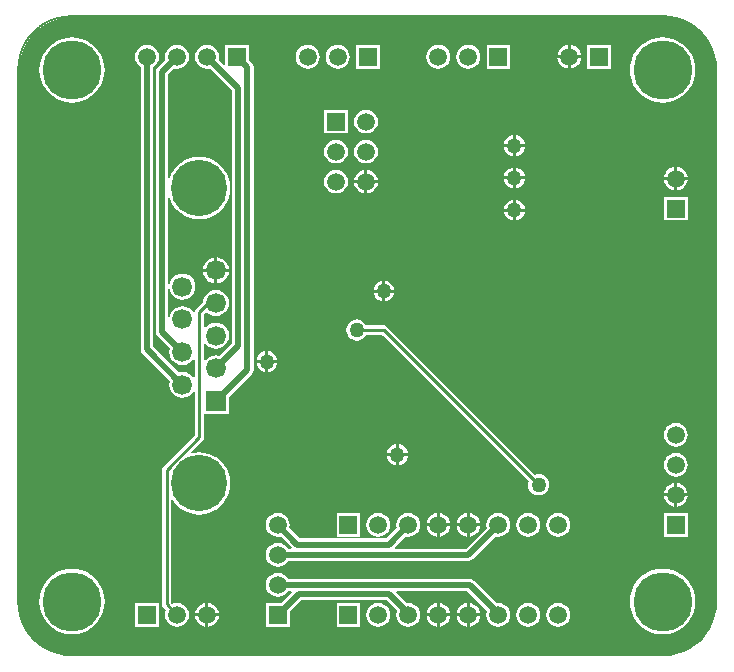
<source format=gbl>
%FSDAX24Y24*%
%MOIN*%
%SFA1B1*%

%IPPOS*%
%ADD21C,0.020000*%
%ADD22C,0.010000*%
%ADD23C,0.040000*%
%ADD24R,0.059100X0.059100*%
%ADD25C,0.059100*%
%ADD26R,0.059100X0.059100*%
%ADD27C,0.066500*%
%ADD28R,0.066500X0.066500*%
%ADD29C,0.187400*%
%ADD30C,0.050000*%
%ADD31C,0.196900*%
%ADD35C,0.005000*%
%ADD57C,0.080000*%
%ADD58C,0.160000*%
%ADD59C,0.320000*%
%LNmetr4810_pcb_c_layout-1*%
%LPD*%
G54D35*
X019918Y019493D02*
X020148Y019447D01*
X020371Y019372*
X020581Y019268*
X020775Y019138*
X020952Y018984*
X021107Y018807*
X021237Y018612*
X021340Y018402*
X021416Y018180*
X021462Y017950*
X021477Y017721*
X021476Y017719*
X021475Y-000001*
X021476Y-000007*
X021462Y-000233*
X021416Y-000463*
X021340Y-000685*
X021237Y-000896*
X021107Y-001090*
X020952Y-001267*
X020775Y-001422*
X020581Y-001552*
X020371Y-001655*
X020148Y-001730*
X019918Y-001777*
X019692Y-001791*
X019686Y-001791*
X-000001*
X-000007Y-001791*
X-000233Y-001777*
X-000463Y-001730*
X-000685Y-001655*
X-000896Y-001552*
X-001090Y-001422*
X-001267Y-001267*
X-001422Y-001090*
X-001552Y-000896*
X-001655Y-000685*
X-001730Y-000463*
X-001777Y-000233*
X-001791Y-000007*
X-001791Y-000001*
Y017719*
X-001791Y017724*
X-001777Y017950*
X-001730Y018180*
X-001655Y018402*
X-001552Y018612*
X-001422Y018807*
X-001267Y018984*
X-001090Y019138*
X-000896Y019268*
X-000685Y019372*
X-000463Y019447*
X-000233Y019493*
X-000007Y019507*
X-000001Y019507*
X019686*
X019692Y019507*
X019918Y019493*
G54D22*
X019912Y019443D02*
X020135Y019399D01*
X020352Y019326*
X020556Y019225*
X020745Y019098*
X020916Y018948*
X021067Y018777*
X021193Y018587*
X021294Y018383*
X021368Y018167*
X021412Y017944*
X021426Y017725*
X021426Y017725*
X021425Y-000005*
X021426Y-000009*
X021412Y-000227*
X021368Y-000450*
X021294Y-000666*
X021193Y-000871*
X021067Y-001060*
X020916Y-001231*
X020745Y-001382*
X020556Y-001508*
X020352Y-001609*
X020135Y-001682*
X019912Y-001727*
X019694Y-001741*
X019690Y-001741*
X-000005*
X-000009Y-001741*
X-000227Y-001727*
X-000450Y-001682*
X-000666Y-001609*
X-000871Y-001508*
X-001060Y-001382*
X-001231Y-001231*
X-001382Y-001060*
X-001508Y-000871*
X-001609Y-000666*
X-001682Y-000450*
X-001727Y-000227*
X-001741Y-000009*
X-001741Y-000005*
Y017723*
X-001741Y017726*
X-001727Y017944*
X-001682Y018167*
X-001609Y018383*
X-001508Y018587*
X-001382Y018777*
X-001231Y018948*
X-001060Y019098*
X-000871Y019224*
X-000666Y019326*
X-000450Y019399*
X-000227Y019443*
X-000009Y019457*
X-000005Y019457*
X019690*
X019694Y019457*
X019912Y019443*
G54D21*
X019899Y019344D02*
X020109Y019302D01*
X020313Y019233*
X020505Y019138*
X020684Y019018*
X020846Y018877*
X020987Y018716*
X021107Y018537*
X021202Y018344*
X021271Y018141*
X021313Y017931*
X021326Y017724*
X021325Y-000012*
X021326Y-000013*
X021313Y-000214*
X021271Y-000424*
X021201Y-000627*
X021107Y-000821*
X020987Y-000999*
X020845Y-001160*
X020684Y-001302*
X020506Y-001422*
X020314Y-001516*
X020109Y-001585*
X019898Y-001628*
X019698Y-001641*
X019697Y-001641*
X-000012*
X-000013Y-001641*
X-000213Y-001628*
X-000424Y-001585*
X-000628Y-001516*
X-000821Y-001422*
X-000999Y-001302*
X-001160Y-001160*
X-001302Y-000999*
X-001422Y-000821*
X-001516Y-000628*
X-001585Y-000424*
X-001628Y-000213*
X-001641Y-000013*
X-001641Y-000012*
Y017731*
X-001641Y017731*
X-001628Y017930*
X-001585Y018141*
X-001516Y018345*
X-001422Y018537*
X-001302Y018716*
X-001161Y018877*
X-000999Y019018*
X-000821Y019138*
X-000627Y019233*
X-000424Y019302*
X-000214Y019344*
X-000013Y019357*
X-000012Y019357*
X019697*
X019698Y019357*
X019899Y019344*
G54D23*
X019873Y019145D02*
X020058Y019108D01*
X020237Y019048*
X020405Y018965*
X020562Y018859*
X020704Y018735*
X020828Y018594*
X020933Y018437*
X021016Y018267*
X021078Y018089*
X021114Y017905*
X021126Y017718*
X021125Y-000027*
X021125Y-000022*
X021114Y-000188*
X021078Y-000372*
X021016Y-000551*
X020933Y-000721*
X020828Y-000877*
X020704Y-001019*
X020562Y-001144*
X020405Y-001248*
X020237Y-001331*
X020057Y-001392*
X019872Y-001429*
X019705Y-001440*
X019710Y-001441*
X-000025*
X-000020Y-001440*
X-000187Y-001429*
X-000372Y-001392*
X-000551Y-001331*
X-000721Y-001248*
X-000877Y-001143*
X-001019Y-001019*
X-001143Y-000877*
X-001248Y-000721*
X-001331Y-000551*
X-001392Y-000372*
X-001429Y-000187*
X-001440Y-000020*
X-001441Y-000025*
Y017725*
X-001429Y017904*
X-001392Y018089*
X-001331Y018268*
X-001248Y018437*
X-001143Y018594*
X-001019Y018735*
X-000877Y018859*
X-000720Y018964*
X-000551Y019048*
X-000373Y019108*
X-000188Y019145*
X-000020Y019156*
X-000025Y019157*
X019710*
X019705Y019156*
X019873Y019145*
G54D57*
X019821Y018747D02*
X019955Y018721D01*
X020083Y018678*
X020204Y018618*
X020318Y018541*
X020421Y018451*
X020510Y018350*
X020586Y018237*
X020646Y018113*
X020690Y017985*
X020716Y017853*
X020726Y017705*
X020726Y005314*
X020967Y003709*
X020716Y-000136*
X020690Y-000268*
X020646Y-000397*
X020586Y-000520*
X020511Y-000632*
X020420Y-000735*
X020317Y-000826*
X020205Y-000901*
X020084Y-000960*
X019954Y-001004*
X019819Y-001032*
X015695Y-001301*
X013775Y-001041*
X005909*
X003989Y-001301*
X-000134Y-001032*
X-000268Y-001004*
X-000399Y-000960*
X-000520Y-000901*
X-000632Y-000826*
X-000735Y-000735*
X-000826Y-000632*
X-000901Y-000520*
X-000960Y-000399*
X-001004Y-000268*
X-001032Y-000134*
X-001301Y003989*
X-001041Y005909*
Y017712*
X-001031Y017851*
X-001004Y017985*
X-000961Y018115*
X-000901Y018237*
X-000825Y018350*
X-000736Y018451*
X-000633Y018541*
X-000519Y018617*
X-000397Y018678*
X-000270Y018721*
X-000136Y018747*
X003955Y019014*
X005838Y018757*
X013846*
X015727Y019014*
X019821Y018747*
G54D58*
X019717Y017952D02*
X019749Y017946D01*
X019776Y017937*
X019801Y017925*
X019831Y017905*
X019855Y017883*
X019874Y017862*
X019891Y017836*
X019906Y017806*
X019916Y017777*
X019921Y017749*
X019926Y017679*
X019926Y005254*
X020163Y003675*
X019921Y-000032*
X019916Y-000060*
X019906Y-000090*
X019891Y-000120*
X019875Y-000144*
X019853Y-000168*
X019829Y-000190*
X019803Y-000207*
X019779Y-000219*
X019746Y-000230*
X019714Y-000237*
X015723Y-000497*
X013829Y-000240*
X005855Y-000241*
X003961Y-000497*
X-000029Y-000237*
X-000060Y-000230*
X-000093Y-000219*
X-000120Y-000206*
X-000144Y-000190*
X-000168Y-000168*
X-000190Y-000144*
X-000206Y-000120*
X-000219Y-000093*
X-000230Y-000060*
X-000237Y-000029*
X-000497Y003961*
X-000240Y005855*
X-000241Y017687*
X-000237Y017746*
X-000230Y017777*
X-000220Y017809*
X-000206Y017836*
X-000189Y017862*
X-000170Y017884*
X-000146Y017905*
X-000117Y017924*
X-000090Y017937*
X-000063Y017946*
X-000032Y017952*
X003927Y018211*
X005783Y017957*
X013901*
X015756Y018211*
X019717Y017952*
G54D59*
X019509Y016363D02*
X019337Y016397D01*
X019162Y016456*
X018996Y016538*
X018856Y016632*
X018723Y016748*
X018601Y016887*
X018502Y017035*
X018426Y017190*
X018367Y017361*
X018332Y017542*
X018326Y017627*
X018326Y005134*
X018556Y003607*
X018332Y000175*
X018367Y000355*
X018425Y000523*
X018502Y000680*
X018604Y000832*
X018720Y000964*
X018852Y001080*
X019001Y001180*
X019167Y001262*
X019331Y001317*
X019503Y001352*
X015779Y001109*
X013936Y001359*
X005748Y001358*
X003905Y001109*
X000181Y001352*
X000355Y001317*
X000517Y001262*
X000681Y001182*
X000832Y001080*
X000964Y000964*
X001080Y000832*
X001182Y000681*
X001262Y000517*
X001317Y000355*
X001352Y000181*
X001109Y003905*
X001359Y005748*
X001359Y017635*
X001352Y017535*
X001317Y017361*
X001261Y017196*
X001182Y017035*
X001083Y016887*
X000961Y016748*
X000828Y016632*
X000685Y016536*
X000523Y016456*
X000349Y016397*
X000175Y016363*
X003870Y016604*
X005674Y016357*
X014010*
X015813Y016604*
X019509Y016363*
X001840Y001830D02*
X017830D01*
X001840Y005030D02*
X017830D01*
X001840Y008230D02*
X017830D01*
X001840Y011430D02*
X017830D01*
X001840Y014630D02*
X017830D01*
%LNmetr4810_pcb_c_layout-2*%
%LPC*%
G36*
X013165Y002947D02*
X013112Y002940D01*
X013016Y002900*
X012933Y002837*
X012870Y002754*
X012830Y002658*
X012823Y002605*
X013165*
Y002947*
G37*
G36*
X012265D02*
Y002605D01*
X012607*
X012600Y002658*
X012561Y002754*
X012497Y002837*
X012415Y002900*
X012319Y002940*
X012265Y002947*
G37*
G36*
X012165D02*
X012112Y002940D01*
X012016Y002900*
X011933Y002837*
X011870Y002754*
X011830Y002658*
X011823Y002605*
X012165*
Y002947*
G37*
G36*
X020080Y003505D02*
X019738D01*
X019745Y003452*
X019785Y003356*
X019848Y003273*
X019931Y003210*
X020027Y003170*
X020080Y003163*
Y003505*
G37*
G36*
X020522D02*
X020180D01*
Y003163*
X020233Y003170*
X020329Y003210*
X020412Y003273*
X020475Y003356*
X020515Y003452*
X020522Y003505*
G37*
G36*
X013265Y002947D02*
Y002605D01*
X013607*
X013600Y002658*
X013561Y002754*
X013497Y002837*
X013415Y002900*
X013319Y002940*
X013265Y002947*
G37*
G36*
X012165Y002505D02*
X011823D01*
X011830Y002452*
X011870Y002356*
X011933Y002273*
X012016Y002210*
X012112Y002170*
X012165Y002163*
Y002505*
G37*
G36*
X020525Y002950D02*
X019735D01*
Y002160*
X020525*
Y002950*
G37*
G36*
X009611D02*
X008820D01*
Y002160*
X009611*
Y002950*
G37*
G36*
X013607Y002505D02*
X013265D01*
Y002163*
X013319Y002170*
X013415Y002210*
X013497Y002273*
X013561Y002356*
X013600Y002452*
X013607Y002505*
G37*
G36*
X013165D02*
X012823D01*
X012830Y002452*
X012870Y002356*
X012933Y002273*
X013016Y002210*
X013112Y002170*
X013165Y002163*
Y002505*
G37*
G36*
X012607D02*
X012265D01*
Y002163*
X012319Y002170*
X012415Y002210*
X012497Y002273*
X012561Y002356*
X012600Y002452*
X012607Y002505*
G37*
G36*
X020130Y005954D02*
X020027Y005940D01*
X019931Y005900*
X019848Y005837*
X019785Y005754*
X019745Y005658*
X019731Y005555*
X019745Y005452*
X019785Y005356*
X019848Y005273*
X019931Y005210*
X020027Y005170*
X020130Y005156*
X020233Y005170*
X020329Y005210*
X020412Y005273*
X020475Y005356*
X020515Y005452*
X020529Y005555*
X020515Y005658*
X020475Y005754*
X020412Y005837*
X020329Y005900*
X020233Y005940*
X020130Y005954*
G37*
G36*
X010900Y005246D02*
Y004950D01*
X011196*
X011191Y004991*
X011156Y005077*
X011100Y005150*
X011027Y005206*
X010941Y005241*
X010900Y005246*
G37*
G36*
X010800D02*
X010759Y005241D01*
X010673Y005206*
X010600Y005150*
X010544Y005077*
X010509Y004991*
X010504Y004950*
X010800*
Y005246*
G37*
G36*
X006450Y008346D02*
X006409Y008341D01*
X006323Y008306*
X006250Y008250*
X006194Y008177*
X006159Y008091*
X006154Y008050*
X006450*
Y008346*
G37*
G36*
X006846Y007950D02*
X006550D01*
Y007654*
X006591Y007659*
X006677Y007694*
X006750Y007750*
X006806Y007823*
X006841Y007909*
X006846Y007950*
G37*
G36*
X006450D02*
X006154D01*
X006159Y007909*
X006194Y007823*
X006250Y007750*
X006323Y007694*
X006409Y007659*
X006450Y007654*
Y007950*
G37*
G36*
X020180Y003947D02*
Y003605D01*
X020522*
X020515Y003658*
X020475Y003754*
X020412Y003837*
X020329Y003900*
X020233Y003940*
X020180Y003947*
G37*
G36*
X020080D02*
X020027Y003940D01*
X019931Y003900*
X019848Y003837*
X019785Y003754*
X019745Y003658*
X019738Y003605*
X020080*
Y003947*
G37*
G36*
X009500Y009403D02*
X009409Y009391D01*
X009323Y009356*
X009250Y009300*
X009194Y009227*
X009159Y009141*
X009147Y009050*
X009159Y008959*
X009194Y008873*
X009250Y008800*
X009323Y008744*
X009409Y008709*
X009500Y008697*
X009591Y008709*
X009677Y008744*
X009750Y008800*
X009806Y008873*
X009815Y008897*
X010339*
X015221Y004015*
X015211Y003991*
X015199Y003900*
X015211Y003809*
X015246Y003723*
X015302Y003650*
X015375Y003594*
X015460Y003559*
X015552Y003547*
X015643Y003559*
X015728Y003594*
X015801Y003650*
X015858Y003723*
X015893Y003809*
X015905Y003900*
X015893Y003991*
X015858Y004077*
X015801Y004150*
X015728Y004206*
X015643Y004241*
X015552Y004253*
X015460Y004241*
X015437Y004231*
X010510Y009158*
X010460Y009191*
X010402Y009203*
X009815*
X009806Y009227*
X009750Y009300*
X009677Y009356*
X009591Y009391*
X009500Y009403*
G37*
G36*
X011196Y004850D02*
X010900D01*
Y004554*
X010941Y004559*
X011027Y004594*
X011100Y004650*
X011156Y004723*
X011191Y004809*
X011196Y004850*
G37*
G36*
X010800D02*
X010504D01*
X010509Y004809*
X010544Y004723*
X010600Y004650*
X010673Y004594*
X010759Y004559*
X010800Y004554*
Y004850*
G37*
G36*
X020130Y004954D02*
X020027Y004940D01*
X019931Y004900*
X019848Y004837*
X019785Y004754*
X019745Y004658*
X019731Y004555*
X019745Y004452*
X019785Y004356*
X019848Y004273*
X019931Y004210*
X020027Y004170*
X020130Y004156*
X020233Y004170*
X020329Y004210*
X020412Y004273*
X020475Y004356*
X020515Y004452*
X020529Y004555*
X020515Y004658*
X020475Y004754*
X020412Y004837*
X020329Y004900*
X020233Y004940*
X020130Y004954*
G37*
G36*
X004450Y-000495D02*
X004108D01*
X004115Y-000548*
X004155Y-000644*
X004218Y-000727*
X004301Y-000790*
X004397Y-000830*
X004450Y-000837*
Y-000495*
G37*
G36*
X009611Y-000050D02*
X008820D01*
Y-000840*
X009611*
Y-000050*
G37*
G36*
X002895D02*
X002105D01*
Y-000840*
X002895*
Y-000050*
G37*
G36*
X012607Y-000495D02*
X012265D01*
Y-000837*
X012319Y-000830*
X012415Y-000790*
X012497Y-000727*
X012561Y-000644*
X012600Y-000548*
X012607Y-000495*
G37*
G36*
X012165D02*
X011823D01*
X011830Y-000548*
X011870Y-000644*
X011933Y-000727*
X012016Y-000790*
X012112Y-000830*
X012165Y-000837*
Y-000495*
G37*
G36*
X004892D02*
X004550D01*
Y-000837*
X004603Y-000830*
X004699Y-000790*
X004782Y-000727*
X004845Y-000644*
X004885Y-000548*
X004892Y-000495*
G37*
G36*
X010215Y-000046D02*
X010112Y-000060D01*
X010016Y-000100*
X009933Y-000163*
X009870Y-000246*
X009830Y-000342*
X009817Y-000445*
X009830Y-000548*
X009870Y-000644*
X009933Y-000727*
X010016Y-000790*
X010112Y-000830*
X010215Y-000844*
X010319Y-000830*
X010415Y-000790*
X010497Y-000727*
X010561Y-000644*
X010600Y-000548*
X010614Y-000445*
X010600Y-000342*
X010561Y-000246*
X010497Y-000163*
X010415Y-000100*
X010319Y-000060*
X010215Y-000046*
G37*
G36*
X019685Y001088D02*
X019515Y001074D01*
X019349Y001034*
X019191Y000969*
X019046Y000880*
X018916Y000769*
X018805Y000639*
X018716Y000494*
X018651Y000336*
X018611Y000170*
X018597Y000000*
X018611Y-000170*
X018651Y-000336*
X018716Y-000494*
X018805Y-000639*
X018916Y-000769*
X019046Y-000880*
X019191Y-000969*
X019349Y-001034*
X019515Y-001074*
X019685Y-001088*
X019855Y-001074*
X020021Y-001034*
X020179Y-000969*
X020324Y-000880*
X020454Y-000769*
X020565Y-000639*
X020654Y-000494*
X020719Y-000336*
X020759Y-000170*
X020773Y000000*
X020759Y000170*
X020719Y000336*
X020654Y000494*
X020565Y000639*
X020454Y000769*
X020324Y000880*
X020179Y000969*
X020021Y001034*
X019855Y001074*
X019685Y001088*
G37*
G36*
X000000D02*
X-000170Y001074D01*
X-000336Y001034*
X-000494Y000969*
X-000639Y000880*
X-000769Y000769*
X-000880Y000639*
X-000969Y000494*
X-001034Y000336*
X-001074Y000170*
X-001088Y000000*
X-001074Y-000170*
X-001034Y-000336*
X-000969Y-000494*
X-000880Y-000639*
X-000769Y-000769*
X-000639Y-000880*
X-000494Y-000969*
X-000336Y-001034*
X-000170Y-001074*
X000000Y-001088*
X000170Y-001074*
X000336Y-001034*
X000494Y-000969*
X000639Y-000880*
X000769Y-000769*
X000880Y-000639*
X000969Y-000494*
X001034Y-000336*
X001074Y-000170*
X001088Y000000*
X001074Y000170*
X001034Y000336*
X000969Y000494*
X000880Y000639*
X000769Y000769*
X000639Y000880*
X000494Y000969*
X000336Y001034*
X000170Y001074*
X000000Y001088*
G37*
G36*
X016215Y-000046D02*
X016112Y-000060D01*
X016016Y-000100*
X015933Y-000163*
X015870Y-000246*
X015830Y-000342*
X015817Y-000445*
X015830Y-000548*
X015870Y-000644*
X015933Y-000727*
X016016Y-000790*
X016112Y-000830*
X016215Y-000844*
X016319Y-000830*
X016415Y-000790*
X016497Y-000727*
X016561Y-000644*
X016600Y-000548*
X016614Y-000445*
X016600Y-000342*
X016561Y-000246*
X016497Y-000163*
X016415Y-000100*
X016319Y-000060*
X016215Y-000046*
G37*
G36*
X015215D02*
X015112Y-000060D01*
X015016Y-000100*
X014933Y-000163*
X014870Y-000246*
X014830Y-000342*
X014817Y-000445*
X014830Y-000548*
X014870Y-000644*
X014933Y-000727*
X015016Y-000790*
X015112Y-000830*
X015215Y-000844*
X015319Y-000830*
X015415Y-000790*
X015497Y-000727*
X015561Y-000644*
X015600Y-000548*
X015614Y-000445*
X015600Y-000342*
X015561Y-000246*
X015497Y-000163*
X015415Y-000100*
X015319Y-000060*
X015215Y-000046*
G37*
G36*
X006858Y000954D02*
X006754Y000940D01*
X006658Y000900*
X006576Y000837*
X006512Y000754*
X006473Y000658*
X006459Y000555*
X006473Y000452*
X006512Y000356*
X006576Y000273*
X006658Y000210*
X006754Y000170*
X006858Y000156*
X006961Y000170*
X007057Y000210*
X007140Y000273*
X007199Y000351*
X007300*
X007319Y000305*
X006965Y-000050*
X006462*
Y-000840*
X007253*
Y-000338*
X007637Y000046*
X010486*
X010843Y-000311*
X010830Y-000342*
X010817Y-000445*
X010830Y-000548*
X010870Y-000644*
X010933Y-000727*
X011016Y-000790*
X011112Y-000830*
X011215Y-000844*
X011319Y-000830*
X011415Y-000790*
X011497Y-000727*
X011561Y-000644*
X011600Y-000548*
X011614Y-000445*
X011600Y-000342*
X011561Y-000246*
X011497Y-000163*
X011415Y-000100*
X011319Y-000060*
X011215Y-000046*
X011162Y-000053*
X010804Y000305*
X010823Y000351*
X013181*
X013843Y-000311*
X013830Y-000342*
X013817Y-000445*
X013830Y-000548*
X013870Y-000644*
X013933Y-000727*
X014016Y-000790*
X014112Y-000830*
X014215Y-000844*
X014319Y-000830*
X014415Y-000790*
X014497Y-000727*
X014561Y-000644*
X014600Y-000548*
X014614Y-000445*
X014600Y-000342*
X014561Y-000246*
X014497Y-000163*
X014415Y-000100*
X014319Y-000060*
X014215Y-000046*
X014162Y-000053*
X013410Y000699*
X013343Y000744*
X013265Y000759*
X007199*
X007140Y000837*
X007057Y000900*
X006961Y000940*
X006858Y000954*
G37*
G36*
X010215Y002954D02*
X010112Y002940D01*
X010016Y002900*
X009933Y002837*
X009870Y002754*
X009830Y002658*
X009817Y002555*
X009830Y002452*
X009870Y002356*
X009933Y002273*
X010016Y002210*
X010112Y002170*
X010215Y002156*
X010319Y002170*
X010415Y002210*
X010497Y002273*
X010561Y002356*
X010600Y002452*
X010614Y002555*
X010600Y002658*
X010561Y002754*
X010497Y002837*
X010415Y002900*
X010319Y002940*
X010215Y002954*
G37*
G36*
X013265Y-000053D02*
Y-000395D01*
X013607*
X013600Y-000342*
X013561Y-000246*
X013497Y-000163*
X013415Y-000100*
X013319Y-000060*
X013265Y-000053*
G37*
G36*
X013165D02*
X013112Y-000060D01*
X013016Y-000100*
X012933Y-000163*
X012870Y-000246*
X012830Y-000342*
X012823Y-000395*
X013165*
Y-000053*
G37*
G36*
X016215Y002954D02*
X016112Y002940D01*
X016016Y002900*
X015933Y002837*
X015870Y002754*
X015830Y002658*
X015817Y002555*
X015830Y002452*
X015870Y002356*
X015933Y002273*
X016016Y002210*
X016112Y002170*
X016215Y002156*
X016319Y002170*
X016415Y002210*
X016497Y002273*
X016561Y002356*
X016600Y002452*
X016614Y002555*
X016600Y002658*
X016561Y002754*
X016497Y002837*
X016415Y002900*
X016319Y002940*
X016215Y002954*
G37*
G36*
X015215D02*
X015112Y002940D01*
X015016Y002900*
X014933Y002837*
X014870Y002754*
X014830Y002658*
X014817Y002555*
X014830Y002452*
X014870Y002356*
X014933Y002273*
X015016Y002210*
X015112Y002170*
X015215Y002156*
X015319Y002170*
X015415Y002210*
X015497Y002273*
X015561Y002356*
X015600Y002452*
X015614Y002555*
X015600Y002658*
X015561Y002754*
X015497Y002837*
X015415Y002900*
X015319Y002940*
X015215Y002954*
G37*
G36*
X014215D02*
X014112Y002940D01*
X014016Y002900*
X013933Y002837*
X013870Y002754*
X013830Y002658*
X013817Y002555*
X013830Y002458*
X013131Y001759*
X010773*
X010754Y001805*
X011118Y002169*
X011215Y002156*
X011319Y002170*
X011415Y002210*
X011497Y002273*
X011561Y002356*
X011600Y002452*
X011614Y002555*
X011600Y002658*
X011561Y002754*
X011497Y002837*
X011415Y002900*
X011319Y002940*
X011215Y002954*
X011112Y002940*
X011016Y002900*
X010933Y002837*
X010870Y002754*
X010830Y002658*
X010817Y002555*
X010830Y002458*
X010476Y002104*
X007597*
X007244Y002458*
X007256Y002555*
X007243Y002658*
X007203Y002754*
X007140Y002837*
X007057Y002900*
X006961Y002940*
X006858Y002954*
X006754Y002940*
X006658Y002900*
X006576Y002837*
X006512Y002754*
X006473Y002658*
X006459Y002555*
X006473Y002452*
X006512Y002356*
X006576Y002273*
X006658Y002210*
X006754Y002170*
X006858Y002156*
X006955Y002169*
X007319Y001805*
X007300Y001759*
X007199*
X007140Y001837*
X007057Y001900*
X006961Y001940*
X006858Y001954*
X006754Y001940*
X006658Y001900*
X006576Y001837*
X006512Y001754*
X006473Y001658*
X006459Y001555*
X006473Y001452*
X006512Y001356*
X006576Y001273*
X006658Y001210*
X006754Y001170*
X006858Y001156*
X006961Y001170*
X007057Y001210*
X007140Y001273*
X007199Y001351*
X013215*
X013293Y001367*
X013360Y001411*
X014118Y002169*
X014215Y002156*
X014319Y002170*
X014415Y002210*
X014497Y002273*
X014561Y002356*
X014600Y002452*
X014614Y002555*
X014600Y002658*
X014561Y002754*
X014497Y002837*
X014415Y002900*
X014319Y002940*
X014215Y002954*
G37*
G36*
X004450Y-000053D02*
X004397Y-000060D01*
X004301Y-000100*
X004218Y-000163*
X004155Y-000246*
X004115Y-000342*
X004108Y-000395*
X004450*
Y-000053*
G37*
G36*
X013607Y-000495D02*
X013265D01*
Y-000837*
X013319Y-000830*
X013415Y-000790*
X013497Y-000727*
X013561Y-000644*
X013600Y-000548*
X013607Y-000495*
G37*
G36*
X013165D02*
X012823D01*
X012830Y-000548*
X012870Y-000644*
X012933Y-000727*
X013016Y-000790*
X013112Y-000830*
X013165Y-000837*
Y-000495*
G37*
G36*
X012265Y-000053D02*
Y-000395D01*
X012607*
X012600Y-000342*
X012561Y-000246*
X012497Y-000163*
X012415Y-000100*
X012319Y-000060*
X012265Y-000053*
G37*
G36*
X012165D02*
X012112Y-000060D01*
X012016Y-000100*
X011933Y-000163*
X011870Y-000246*
X011830Y-000342*
X011823Y-000395*
X012165*
Y-000053*
G37*
G36*
X004550D02*
Y-000395D01*
X004892*
X004885Y-000342*
X004845Y-000246*
X004782Y-000163*
X004699Y-000100*
X004603Y-000060*
X004550Y-000053*
G37*
G36*
X006550Y008346D02*
Y008050D01*
X006846*
X006841Y008091*
X006806Y008177*
X006750Y008250*
X006677Y008306*
X006591Y008341*
X006550Y008346*
G37*
G36*
X009800Y016399D02*
X009697Y016385D01*
X009601Y016345*
X009518Y016282*
X009455Y016199*
X009415Y016103*
X009401Y016000*
X009415Y015897*
X009455Y015801*
X009518Y015718*
X009601Y015655*
X009697Y015615*
X009800Y015601*
X009903Y015615*
X009999Y015655*
X010082Y015718*
X010145Y015801*
X010185Y015897*
X010199Y016000*
X010185Y016103*
X010145Y016199*
X010082Y016282*
X009999Y016345*
X009903Y016385*
X009800Y016399*
G37*
G36*
X014800Y015546D02*
Y015250D01*
X015096*
X015091Y015291*
X015056Y015377*
X015000Y015450*
X014927Y015506*
X014841Y015541*
X014800Y015546*
G37*
G36*
X014700D02*
X014659Y015541D01*
X014573Y015506*
X014500Y015450*
X014444Y015377*
X014409Y015291*
X014404Y015250*
X014700*
Y015546*
G37*
G36*
X019685Y018804D02*
X019515Y018791D01*
X019349Y018751*
X019191Y018686*
X019046Y018596*
X018916Y018486*
X018805Y018356*
X018716Y018210*
X018651Y018053*
X018611Y017887*
X018597Y017717*
X018611Y017546*
X018651Y017380*
X018716Y017223*
X018805Y017077*
X018916Y016947*
X019046Y016837*
X019191Y016747*
X019349Y016682*
X019515Y016642*
X019685Y016629*
X019855Y016642*
X020021Y016682*
X020179Y016747*
X020324Y016837*
X020454Y016947*
X020565Y017077*
X020654Y017223*
X020719Y017380*
X020759Y017546*
X020773Y017717*
X020759Y017887*
X020719Y018053*
X020654Y018210*
X020565Y018356*
X020454Y018486*
X020324Y018596*
X020179Y018686*
X020021Y018751*
X019855Y018791*
X019685Y018804*
G37*
G36*
X000000D02*
X-000170Y018791D01*
X-000336Y018751*
X-000494Y018686*
X-000639Y018596*
X-000769Y018486*
X-000880Y018356*
X-000969Y018210*
X-001034Y018053*
X-001074Y017887*
X-001088Y017717*
X-001074Y017546*
X-001034Y017380*
X-000969Y017223*
X-000880Y017077*
X-000769Y016947*
X-000639Y016837*
X-000494Y016747*
X-000336Y016682*
X-000170Y016642*
X000000Y016629*
X000170Y016642*
X000336Y016682*
X000494Y016747*
X000639Y016837*
X000769Y016947*
X000880Y017077*
X000969Y017223*
X001034Y017380*
X001074Y017546*
X001088Y017717*
X001074Y017887*
X001034Y018053*
X000969Y018210*
X000880Y018356*
X000769Y018486*
X000639Y018596*
X000494Y018686*
X000336Y018751*
X000170Y018791*
X000000Y018804*
G37*
G36*
X009195Y016395D02*
X008405D01*
Y015605*
X009195*
Y016395*
G37*
G36*
X008800Y015399D02*
X008697Y015385D01*
X008601Y015345*
X008518Y015282*
X008455Y015199*
X008415Y015103*
X008401Y015000*
X008415Y014897*
X008455Y014801*
X008518Y014718*
X008601Y014655*
X008697Y014615*
X008800Y014601*
X008903Y014615*
X008999Y014655*
X009082Y014718*
X009145Y014801*
X009185Y014897*
X009199Y015000*
X009185Y015103*
X009145Y015199*
X009082Y015282*
X008999Y015345*
X008903Y015385*
X008800Y015399*
G37*
G36*
X014800Y014471D02*
Y014175D01*
X015096*
X015091Y014216*
X015056Y014302*
X015000Y014375*
X014927Y014431*
X014841Y014466*
X014800Y014471*
G37*
G36*
X014700D02*
X014659Y014466D01*
X014573Y014431*
X014500Y014375*
X014444Y014302*
X014409Y014216*
X014404Y014175*
X014700*
Y014471*
G37*
G36*
X015096Y015150D02*
X014800D01*
Y014854*
X014841Y014859*
X014927Y014894*
X015000Y014950*
X015056Y015023*
X015091Y015109*
X015096Y015150*
G37*
G36*
X014700D02*
X014404D01*
X014409Y015109*
X014444Y015023*
X014500Y014950*
X014573Y014894*
X014659Y014859*
X014700Y014854*
Y015150*
G37*
G36*
X009800Y015399D02*
X009697Y015385D01*
X009601Y015345*
X009518Y015282*
X009455Y015199*
X009415Y015103*
X009401Y015000*
X009415Y014897*
X009455Y014801*
X009518Y014718*
X009601Y014655*
X009697Y014615*
X009800Y014601*
X009903Y014615*
X009999Y014655*
X010082Y014718*
X010145Y014801*
X010185Y014897*
X010199Y015000*
X010185Y015103*
X010145Y015199*
X010082Y015282*
X009999Y015345*
X009903Y015385*
X009800Y015399*
G37*
G36*
X016523Y018111D02*
X016181D01*
X016188Y018058*
X016228Y017962*
X016291Y017880*
X016374Y017816*
X016470Y017776*
X016523Y017769*
Y018111*
G37*
G36*
X017968Y018557D02*
X017178D01*
Y017766*
X017968*
Y018557*
G37*
G36*
X014611D02*
X013820D01*
Y017766*
X014611*
Y018557*
G37*
G36*
X016623Y018554D02*
Y018211D01*
X016965*
X016958Y018265*
X016918Y018361*
X016855Y018443*
X016772Y018507*
X016676Y018547*
X016623Y018554*
G37*
G36*
X016523D02*
X016470Y018547D01*
X016374Y018507*
X016291Y018443*
X016228Y018361*
X016188Y018265*
X016181Y018211*
X016523*
Y018554*
G37*
G36*
X016965Y018111D02*
X016623D01*
Y017769*
X016676Y017776*
X016772Y017816*
X016855Y017880*
X016918Y017962*
X016958Y018058*
X016965Y018111*
G37*
G36*
X008858Y018560D02*
X008754Y018547D01*
X008658Y018507*
X008576Y018443*
X008512Y018361*
X008473Y018265*
X008459Y018161*
X008473Y018058*
X008512Y017962*
X008576Y017880*
X008658Y017816*
X008754Y017776*
X008858Y017763*
X008961Y017776*
X009057Y017816*
X009140Y017880*
X009203Y017962*
X009243Y018058*
X009256Y018161*
X009243Y018265*
X009203Y018361*
X009140Y018443*
X009057Y018507*
X008961Y018547*
X008858Y018560*
G37*
G36*
X007858D02*
X007754Y018547D01*
X007658Y018507*
X007576Y018443*
X007512Y018361*
X007473Y018265*
X007459Y018161*
X007473Y018058*
X007512Y017962*
X007576Y017880*
X007658Y017816*
X007754Y017776*
X007858Y017763*
X007961Y017776*
X008057Y017816*
X008140Y017880*
X008203Y017962*
X008243Y018058*
X008256Y018161*
X008243Y018265*
X008203Y018361*
X008140Y018443*
X008057Y018507*
X007961Y018547*
X007858Y018560*
G37*
G36*
X004500D02*
X004397Y018547D01*
X004301Y018507*
X004218Y018443*
X004155Y018361*
X004115Y018265*
X004101Y018161*
X004115Y018058*
X004155Y017962*
X004218Y017880*
X004301Y017816*
X004397Y017776*
X004500Y017763*
X004597Y017776*
X005346Y017027*
Y008603*
X004926Y008183*
X004912Y008189*
X004799Y008204*
X004686Y008189*
X004581Y008146*
X004490Y008076*
X004453Y008028*
X004403Y008045*
Y008581*
X004453Y008598*
X004490Y008550*
X004581Y008480*
X004686Y008437*
X004799Y008422*
X004912Y008437*
X005017Y008480*
X005108Y008550*
X005177Y008640*
X005220Y008745*
X005235Y008858*
X005220Y008971*
X005177Y009076*
X005108Y009167*
X005017Y009236*
X004912Y009280*
X004799Y009295*
X004686Y009280*
X004581Y009236*
X004490Y009167*
X004453Y009118*
X004403Y009135*
Y009587*
X004459Y009642*
X004490Y009640*
X004581Y009571*
X004686Y009527*
X004799Y009512*
X004912Y009527*
X005017Y009571*
X005108Y009640*
X005177Y009731*
X005220Y009836*
X005235Y009949*
X005220Y010062*
X005177Y010167*
X005108Y010257*
X005017Y010327*
X004912Y010370*
X004799Y010385*
X004686Y010370*
X004581Y010327*
X004490Y010257*
X004421Y010167*
X004377Y010062*
X004367Y009983*
X004142Y009758*
X004109Y009709*
X004098Y009653*
X004089Y009648*
X004047Y009637*
X003989Y009712*
X003899Y009781*
X003794Y009825*
X003681Y009840*
X003568Y009825*
X003463Y009781*
X003372Y009712*
X003303Y009622*
X003259Y009516*
X003254Y009476*
X003204Y009479*
Y010418*
X003254Y010422*
X003259Y010381*
X003303Y010276*
X003372Y010186*
X003463Y010116*
X003568Y010073*
X003681Y010058*
X003794Y010073*
X003899Y010116*
X003989Y010186*
X004059Y010276*
X004102Y010381*
X004117Y010494*
X004102Y010607*
X004059Y010712*
X003989Y010803*
X003899Y010872*
X003794Y010916*
X003681Y010931*
X003568Y010916*
X003463Y010872*
X003372Y010803*
X003303Y010712*
X003259Y010607*
X003254Y010566*
X003204Y010570*
Y013442*
X003251Y013456*
X003313Y013305*
X003398Y013166*
X003504Y013042*
X003628Y012936*
X003768Y012851*
X003918Y012788*
X004077Y012750*
X004240Y012737*
X004403Y012750*
X004561Y012788*
X004712Y012851*
X004851Y012936*
X004975Y013042*
X005081Y013166*
X005167Y013305*
X005229Y013456*
X005267Y013615*
X005280Y013778*
X005267Y013940*
X005229Y014099*
X005167Y014250*
X005081Y014389*
X004975Y014513*
X004851Y014619*
X004712Y014704*
X004561Y014767*
X004403Y014805*
X004240Y014818*
X004077Y014805*
X003918Y014767*
X003768Y014704*
X003628Y014619*
X003504Y014513*
X003398Y014389*
X003313Y014250*
X003251Y014099*
X003204Y014113*
Y017577*
X003403Y017776*
X003500Y017763*
X003603Y017776*
X003699Y017816*
X003782Y017880*
X003845Y017962*
X003885Y018058*
X003899Y018161*
X003885Y018265*
X003845Y018361*
X003782Y018443*
X003699Y018507*
X003603Y018547*
X003500Y018560*
X003397Y018547*
X003301Y018507*
X003218Y018443*
X003155Y018361*
X003115Y018265*
X003101Y018161*
X003114Y018064*
X002856Y017806*
X002812Y017739*
X002796Y017661*
Y008994*
X002812Y008916*
X002856Y008850*
X003265Y008440*
X003259Y008426*
X003244Y008313*
X003259Y008200*
X003303Y008095*
X003372Y008004*
X003463Y007935*
X003568Y007891*
X003681Y007877*
X003794Y007891*
X003899Y007935*
X003989Y008004*
X004047Y008080*
X004097Y008063*
Y007473*
X004047Y007456*
X003989Y007531*
X003899Y007600*
X003794Y007644*
X003681Y007659*
X003568Y007644*
X003554Y007638*
X002704Y008488*
Y017820*
X002782Y017880*
X002845Y017962*
X002885Y018058*
X002899Y018161*
X002885Y018265*
X002845Y018361*
X002782Y018443*
X002699Y018507*
X002603Y018547*
X002500Y018560*
X002397Y018547*
X002301Y018507*
X002218Y018443*
X002155Y018361*
X002115Y018265*
X002101Y018161*
X002115Y018058*
X002155Y017962*
X002218Y017880*
X002296Y017820*
Y008403*
X002312Y008325*
X002356Y008259*
X003265Y007350*
X003259Y007335*
X003244Y007222*
X003259Y007109*
X003303Y007004*
X003372Y006914*
X003463Y006844*
X003568Y006801*
X003681Y006786*
X003794Y006801*
X003899Y006844*
X003989Y006914*
X004047Y006989*
X004097Y006972*
Y005550*
X003045Y004497*
X003012Y004448*
X003000Y004389*
Y-000098*
X003012Y-000156*
X003045Y-000206*
X003134Y-000295*
X003115Y-000342*
X003101Y-000445*
X003115Y-000548*
X003155Y-000644*
X003218Y-000727*
X003301Y-000790*
X003397Y-000830*
X003500Y-000844*
X003603Y-000830*
X003699Y-000790*
X003782Y-000727*
X003845Y-000644*
X003885Y-000548*
X003899Y-000445*
X003885Y-000342*
X003845Y-000246*
X003782Y-000163*
X003699Y-000100*
X003603Y-000060*
X003500Y-000046*
X003397Y-000060*
X003350Y-000079*
X003306Y-000034*
Y003383*
X003356Y003397*
X003398Y003328*
X003504Y003203*
X003628Y003097*
X003768Y003012*
X003918Y002950*
X004077Y002912*
X004240Y002899*
X004403Y002912*
X004561Y002950*
X004712Y003012*
X004851Y003097*
X004975Y003203*
X005081Y003328*
X005167Y003467*
X005229Y003618*
X005267Y003776*
X005280Y003939*
X005267Y004102*
X005229Y004260*
X005167Y004411*
X005081Y004550*
X004975Y004675*
X004851Y004781*
X004712Y004866*
X004561Y004928*
X004403Y004966*
X004240Y004979*
X004077Y004966*
X003998Y004947*
X003973Y004993*
X004358Y005378*
X004391Y005428*
X004403Y005486*
Y006244*
X005232*
Y006821*
X005994Y007584*
X006038Y007650*
X006054Y007728*
Y017811*
X006038Y017889*
X005994Y017956*
X005895Y018055*
Y018557*
X005105*
Y017910*
X005059Y017891*
X004886Y018064*
X004899Y018161*
X004885Y018265*
X004845Y018361*
X004782Y018443*
X004699Y018507*
X004603Y018547*
X004500Y018560*
G37*
G36*
X010253Y018557D02*
X009462D01*
Y017766*
X010253*
Y018557*
G37*
G36*
X013215Y018560D02*
X013112Y018547D01*
X013016Y018507*
X012933Y018443*
X012870Y018361*
X012830Y018265*
X012817Y018161*
X012830Y018058*
X012870Y017962*
X012933Y017880*
X013016Y017816*
X013112Y017776*
X013215Y017763*
X013319Y017776*
X013415Y017816*
X013497Y017880*
X013561Y017962*
X013600Y018058*
X013614Y018161*
X013600Y018265*
X013561Y018361*
X013497Y018443*
X013415Y018507*
X013319Y018547*
X013215Y018560*
G37*
G36*
X012215D02*
X012112Y018547D01*
X012016Y018507*
X011933Y018443*
X011870Y018361*
X011830Y018265*
X011817Y018161*
X011830Y018058*
X011870Y017962*
X011933Y017880*
X012016Y017816*
X012112Y017776*
X012215Y017763*
X012319Y017776*
X012415Y017816*
X012497Y017880*
X012561Y017962*
X012600Y018058*
X012614Y018161*
X012600Y018265*
X012561Y018361*
X012497Y018443*
X012415Y018507*
X012319Y018547*
X012215Y018560*
G37*
G36*
X014700Y013000D02*
X014404D01*
X014409Y012959*
X014444Y012873*
X014500Y012800*
X014573Y012744*
X014659Y012709*
X014700Y012704*
Y013000*
G37*
G36*
X004849Y011469D02*
Y011089D01*
X005229*
X005220Y011152*
X005177Y011258*
X005108Y011348*
X005017Y011417*
X004912Y011461*
X004849Y011469*
G37*
G36*
X004749D02*
X004686Y011461D01*
X004581Y011417*
X004490Y011348*
X004421Y011258*
X004377Y011152*
X004369Y011089*
X004749*
Y011469*
G37*
G36*
X014700Y013396D02*
X014659Y013391D01*
X014573Y013356*
X014500Y013300*
X014444Y013227*
X014409Y013141*
X014404Y013100*
X014700*
Y013396*
G37*
G36*
X020525Y013495D02*
X019735D01*
Y012705*
X020525*
Y013495*
G37*
G36*
X015096Y013000D02*
X014800D01*
Y012704*
X014841Y012709*
X014927Y012744*
X015000Y012800*
X015056Y012873*
X015091Y012959*
X015096Y013000*
G37*
G36*
X010350Y010696D02*
X010309Y010691D01*
X010223Y010656*
X010150Y010600*
X010094Y010527*
X010059Y010441*
X010054Y010400*
X010350*
Y010696*
G37*
G36*
X010746Y010300D02*
X010450D01*
Y010004*
X010491Y010009*
X010577Y010044*
X010650Y010100*
X010706Y010173*
X010741Y010259*
X010746Y010300*
G37*
G36*
X010350D02*
X010054D01*
X010059Y010259*
X010094Y010173*
X010150Y010100*
X010223Y010044*
X010309Y010009*
X010350Y010004*
Y010300*
G37*
G36*
X005229Y010989D02*
X004849D01*
Y010610*
X004912Y010618*
X005017Y010661*
X005108Y010731*
X005177Y010821*
X005220Y010926*
X005229Y010989*
G37*
G36*
X004749D02*
X004369D01*
X004377Y010926*
X004421Y010821*
X004490Y010731*
X004581Y010661*
X004686Y010618*
X004749Y010610*
Y010989*
G37*
G36*
X010450Y010696D02*
Y010400D01*
X010746*
X010741Y010441*
X010706Y010527*
X010650Y010600*
X010577Y010656*
X010491Y010691*
X010450Y010696*
G37*
G36*
X009750Y014392D02*
X009697Y014385D01*
X009601Y014345*
X009518Y014282*
X009455Y014199*
X009415Y014103*
X009408Y014050*
X009750*
Y014392*
G37*
G36*
X015096Y014075D02*
X014800D01*
Y013779*
X014841Y013784*
X014927Y013819*
X015000Y013875*
X015056Y013948*
X015091Y014034*
X015096Y014075*
G37*
G36*
X014700D02*
X014404D01*
X014409Y014034*
X014444Y013948*
X014500Y013875*
X014573Y013819*
X014659Y013784*
X014700Y013779*
Y014075*
G37*
G36*
X020180Y014492D02*
Y014150D01*
X020522*
X020515Y014203*
X020475Y014299*
X020412Y014382*
X020329Y014445*
X020233Y014485*
X020180Y014492*
G37*
G36*
X020080D02*
X020027Y014485D01*
X019931Y014445*
X019848Y014382*
X019785Y014299*
X019745Y014203*
X019738Y014150*
X020080*
Y014492*
G37*
G36*
X009850Y014392D02*
Y014050D01*
X010192*
X010185Y014103*
X010145Y014199*
X010082Y014282*
X009999Y014345*
X009903Y014385*
X009850Y014392*
G37*
G36*
X009750Y013950D02*
X009408D01*
X009415Y013897*
X009455Y013801*
X009518Y013718*
X009601Y013655*
X009697Y013615*
X009750Y013608*
Y013950*
G37*
G36*
X008800Y014399D02*
X008697Y014385D01*
X008601Y014345*
X008518Y014282*
X008455Y014199*
X008415Y014103*
X008401Y014000*
X008415Y013897*
X008455Y013801*
X008518Y013718*
X008601Y013655*
X008697Y013615*
X008800Y013601*
X008903Y013615*
X008999Y013655*
X009082Y013718*
X009145Y013801*
X009185Y013897*
X009199Y014000*
X009185Y014103*
X009145Y014199*
X009082Y014282*
X008999Y014345*
X008903Y014385*
X008800Y014399*
G37*
G36*
X014800Y013396D02*
Y013100D01*
X015096*
X015091Y013141*
X015056Y013227*
X015000Y013300*
X014927Y013356*
X014841Y013391*
X014800Y013396*
G37*
G36*
X020080Y014050D02*
X019738D01*
X019745Y013997*
X019785Y013901*
X019848Y013818*
X019931Y013755*
X020027Y013715*
X020080Y013708*
Y014050*
G37*
G36*
X020522D02*
X020180D01*
Y013708*
X020233Y013715*
X020329Y013755*
X020412Y013818*
X020475Y013901*
X020515Y013997*
X020522Y014050*
G37*
G36*
X010192Y013950D02*
X009850D01*
Y013608*
X009903Y013615*
X009999Y013655*
X010082Y013718*
X010145Y013801*
X010185Y013897*
X010192Y013950*
G37*
%LNmetr4810_pcb_c_layout-3*%
%LPD*%
G54D21*
X007553Y000250D02*
X010570D01*
X006858Y000555D02*
X013265D01*
X006858Y-000445D02*
X007553Y000250D01*
X013215Y001555D02*
X014215Y002555D01*
X006858Y001555D02*
X013215D01*
X010560Y001900D02*
X011215Y002555D01*
X007513Y001900D02*
X010560D01*
X006858Y002555D02*
X007513Y001900D01*
X010570Y000250D02*
X011265Y-000445D01*
X013265Y000555D02*
X014265Y-000445D01*
X005500Y018161D02*
X005850Y017811D01*
Y007728D02*
Y017811D01*
X004799Y006677D02*
X005850Y007728D01*
X004799Y007768D02*
X005550Y008519D01*
Y017111*
X004500Y018161D02*
X005550Y017111D01*
X003000Y017661D02*
X003500Y018161D01*
X003000Y008994D02*
Y017661D01*
Y008994D02*
X003681Y008313D01*
X002500Y008403D02*
X003681Y007222D01*
X002500Y008403D02*
Y018161D01*
G54D22*
X004549Y009949D02*
X004799D01*
X004250Y009650D02*
X004549Y009949D01*
X004250Y005486D02*
Y009650D01*
X003153Y004389D02*
X004250Y005486D01*
X003153Y-000098D02*
Y004389D01*
Y-000098D02*
X003500Y-000445D01*
X009500Y009050D02*
X010402D01*
X015552Y003900*
G54D24*
X008800Y016000D03*
X006858Y-000445D03*
X020130Y002555D03*
Y013100D03*
G54D25*
X009800Y016000D03*
X008800Y015000D03*
X009800D03*
X008800Y014000D03*
X009800D03*
X002500Y018161D03*
X003500D03*
X004500D03*
X013215D03*
X012215D03*
X008858D03*
X007858D03*
X006858Y002555D03*
Y001555D03*
Y000555D03*
X016573Y018161D03*
X010215Y002555D03*
X011215D03*
X012215D03*
X013215D03*
X014215D03*
X015215D03*
X016215D03*
X010215Y-000445D03*
X011215D03*
X012215D03*
X013215D03*
X014215D03*
X015215D03*
X016215D03*
X003500D03*
X004500D03*
X020130Y005555D03*
Y004555D03*
Y003555D03*
Y014100D03*
G54D26*
X005500Y018161D03*
X014215D03*
X009858D03*
X017573D03*
X009215Y002555D03*
Y-000445D03*
X002500D03*
G54D27*
X004799Y011039D03*
X003681Y010494D03*
X004799Y009949D03*
X003681Y009404D03*
X004799Y008858D03*
X003681Y008313D03*
X004799Y007768D03*
X003681Y007222D03*
G54D28*
X004799Y006677D03*
G54D29*
X004240Y003939D03*
Y013778D03*
G54D30*
X010400Y010350D03*
X010850Y004900D03*
X015552Y003900D03*
X009500Y009050D03*
X006500Y008000D03*
X014750Y014125D03*
Y015200D03*
Y013050D03*
G54D31*
X019685Y017717D03*
Y000000D03*
X000000Y017717D03*
Y000000D03*
M02*
</source>
